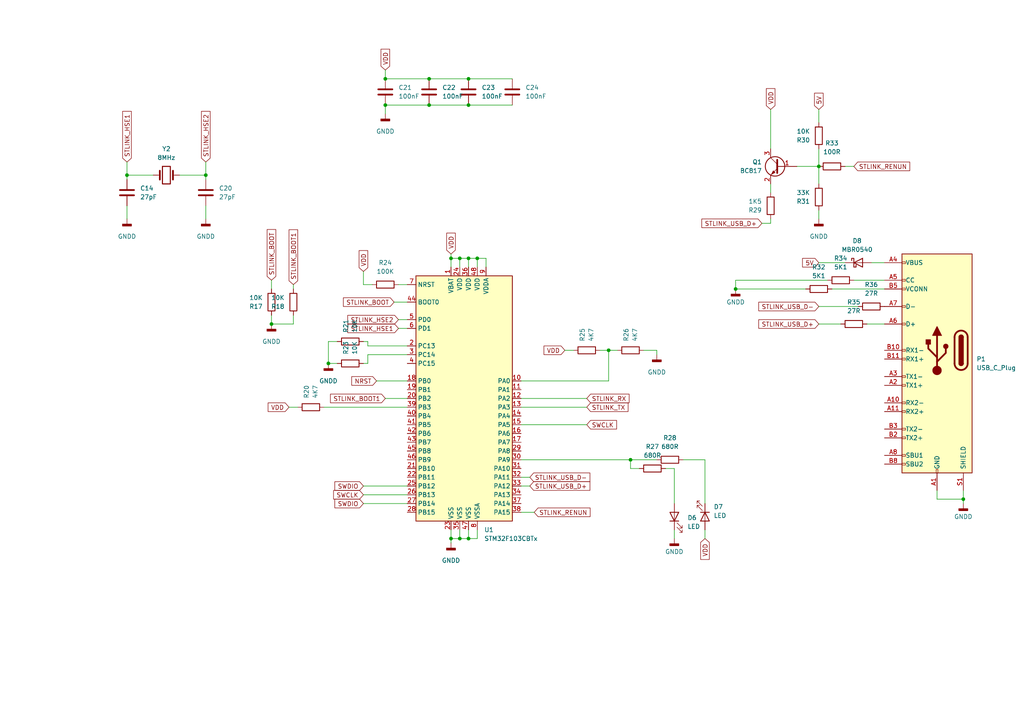
<source format=kicad_sch>
(kicad_sch (version 20211123) (generator eeschema)
  (paper "A4")
  (lib_symbols
    (symbol "Connector:USB_C_Plug" (pin_names (offset 1.016))
      (property "Reference" "P" (at -10.16 29.21 0))
      (property "Value" "USB_C_Plug" (at 10.16 29.21 0))
      (symbol "USB_C_Plug_0_0"
        (rectangle (start -0.254 -35.56) (end 0.254 -34.544))
        (rectangle (start 10.16 -32.766) (end 9.144 -33.274))
        (rectangle (start 10.16 -30.226) (end 9.144 -30.734))
        (rectangle (start 10.16 -25.146) (end 9.144 -25.654))
        (rectangle (start 10.16 -22.606) (end 9.144 -23.114))
        (rectangle (start 10.16 -17.526) (end 9.144 -18.034))
        (rectangle (start 10.16 -14.986) (end 9.144 -15.494))
        (rectangle (start 10.16 -9.906) (end 9.144 -10.414))
        (rectangle (start 10.16 -7.366) (end 9.144 -7.874))
        (rectangle (start 10.16 -2.286) (end 9.144 -2.794))
        (rectangle (start 10.16 0.254) (end 9.144 -0.254))
        (rectangle (start 10.16 7.874) (end 9.144 7.366))
        (rectangle (start 10.16 12.954) (end 9.144 12.446))
        (rectangle (start 10.16 18.034) (end 9.144 17.526))
        (rectangle (start 10.16 20.574) (end 9.144 20.066))
        (rectangle (start 10.16 25.654) (end 9.144 25.146))
      )
      (symbol "USB_C_Plug_0_1"
        (rectangle (start -10.16 27.94) (end 10.16 -35.56) (stroke (width 0.254)) (fill (type background)))
        (arc (start -8.89 -3.81) (mid -6.985 -5.715) (end -5.08 -3.81) (stroke (width 0.508)))
        (arc (start -7.62 -3.81) (mid -6.985 -4.445) (end -6.35 -3.81) (stroke (width 0.254)))
        (arc (start -7.62 -3.81) (mid -6.985 -4.445) (end -6.35 -3.81) (stroke (width 0.254)) (fill (type outline)))
        (rectangle (start -7.62 -3.81) (end -6.35 3.81) (stroke (width 0.254)) (fill (type outline)))
        (arc (start -6.35 3.81) (mid -6.985 4.445) (end -7.62 3.81) (stroke (width 0.254)))
        (arc (start -6.35 3.81) (mid -6.985 4.445) (end -7.62 3.81) (stroke (width 0.254)) (fill (type outline)))
        (arc (start -5.08 3.81) (mid -6.985 5.715) (end -8.89 3.81) (stroke (width 0.508)))
        (polyline (pts (xy -8.89 -3.81) (xy -8.89 3.81)) (stroke (width 0.508)))
        (polyline (pts (xy -5.08 3.81) (xy -5.08 -3.81)) (stroke (width 0.508)))
      )
      (symbol "USB_C_Plug_1_1"
        (circle (center -2.54 1.143) (radius 0.635) (stroke (width 0.254)) (fill (type outline)))
        (circle (center 0 -5.842) (radius 1.27) (fill (type outline)))
        (polyline (pts (xy 0 -5.842) (xy 0 4.318)) (stroke (width 0.508)))
        (polyline (pts (xy 0 -3.302) (xy -2.54 -0.762) (xy -2.54 0.508)) (stroke (width 0.508)))
        (polyline (pts (xy 0 -2.032) (xy 2.54 0.508) (xy 2.54 1.778)) (stroke (width 0.508)))
        (polyline (pts (xy -1.27 4.318) (xy 0 6.858) (xy 1.27 4.318) (xy -1.27 4.318)) (stroke (width 0.254)) (fill (type outline)))
        (rectangle (start 1.905 1.778) (end 3.175 3.048) (stroke (width 0.254)) (fill (type outline)))
        (pin passive line (at 0 -40.64 90) (length 5.08) (name "GND") (number "A1"))
        (pin bidirectional line (at 15.24 -15.24 180) (length 5.08) (name "RX2-") (number "A10"))
        (pin bidirectional line (at 15.24 -17.78 180) (length 5.08) (name "RX2+") (number "A11"))
        (pin passive line (at 0 -40.64 90) (length 5.08) hide (name "GND") (number "A12"))
        (pin bidirectional line (at 15.24 -10.16 180) (length 5.08) (name "TX1+") (number "A2"))
        (pin bidirectional line (at 15.24 -7.62 180) (length 5.08) (name "TX1-") (number "A3"))
        (pin passive line (at 15.24 25.4 180) (length 5.08) (name "VBUS") (number "A4"))
        (pin bidirectional line (at 15.24 20.32 180) (length 5.08) (name "CC") (number "A5"))
        (pin bidirectional line (at 15.24 7.62 180) (length 5.08) (name "D+") (number "A6"))
        (pin bidirectional line (at 15.24 12.7 180) (length 5.08) (name "D-") (number "A7"))
        (pin bidirectional line (at 15.24 -30.48 180) (length 5.08) (name "SBU1") (number "A8"))
        (pin passive line (at 15.24 25.4 180) (length 5.08) hide (name "VBUS") (number "A9"))
        (pin passive line (at 0 -40.64 90) (length 5.08) hide (name "GND") (number "B1"))
        (pin bidirectional line (at 15.24 0 180) (length 5.08) (name "RX1-") (number "B10"))
        (pin bidirectional line (at 15.24 -2.54 180) (length 5.08) (name "RX1+") (number "B11"))
        (pin passive line (at 0 -40.64 90) (length 5.08) hide (name "GND") (number "B12"))
        (pin bidirectional line (at 15.24 -25.4 180) (length 5.08) (name "TX2+") (number "B2"))
        (pin bidirectional line (at 15.24 -22.86 180) (length 5.08) (name "TX2-") (number "B3"))
        (pin passive line (at 15.24 25.4 180) (length 5.08) hide (name "VBUS") (number "B4"))
        (pin bidirectional line (at 15.24 17.78 180) (length 5.08) (name "VCONN") (number "B5"))
        (pin bidirectional line (at 15.24 -33.02 180) (length 5.08) (name "SBU2") (number "B8"))
        (pin passive line (at 15.24 25.4 180) (length 5.08) hide (name "VBUS") (number "B9"))
        (pin passive line (at -7.62 -40.64 90) (length 5.08) (name "SHIELD") (number "S1"))
      )
    )
    (symbol "Device:C" (pin_numbers hide) (pin_names (offset 0.254))
      (property "Reference" "C" (at 0.635 2.54 0))
      (property "Value" "C" (at 0.635 -2.54 0))
      (symbol "C_0_1"
        (polyline (pts (xy -2.032 -0.762) (xy 2.032 -0.762)) (stroke (width 0.508)))
        (polyline (pts (xy -2.032 0.762) (xy 2.032 0.762)) (stroke (width 0.508)))
      )
      (symbol "C_1_1"
        (pin passive line (at 0 3.81 270) (length 2.794) (name "~") (number "1"))
        (pin passive line (at 0 -3.81 90) (length 2.794) (name "~") (number "2"))
      )
    )
    (symbol "Device:Crystal" (pin_numbers hide) (pin_names (offset 1.016) hide)
      (property "Reference" "Y" (at 0 3.81 0))
      (property "Value" "Crystal" (at 0 -3.81 0))
      (symbol "Crystal_0_1"
        (rectangle (start -1.143 2.54) (end 1.143 -2.54) (stroke (width 0.3048)))
        (polyline (pts (xy -2.54 0) (xy -1.905 0)))
        (polyline (pts (xy -1.905 -1.27) (xy -1.905 1.27)) (stroke (width 0.508)))
        (polyline (pts (xy 1.905 -1.27) (xy 1.905 1.27)) (stroke (width 0.508)))
        (polyline (pts (xy 2.54 0) (xy 1.905 0)))
      )
      (symbol "Crystal_1_1"
        (pin passive line (at -3.81 0 0) (length 1.27) (name "1") (number "1"))
        (pin passive line (at 3.81 0 180) (length 1.27) (name "2") (number "2"))
      )
    )
    (symbol "Device:LED" (pin_numbers hide) (pin_names (offset 1.016) hide)
      (property "Reference" "D" (at 0 2.54 0))
      (property "Value" "LED" (at 0 -2.54 0))
      (symbol "LED_0_1"
        (polyline (pts (xy -1.27 -1.27) (xy -1.27 1.27)) (stroke (width 0.254)))
        (polyline (pts (xy -1.27 0) (xy 1.27 0)))
        (polyline (pts (xy 1.27 -1.27) (xy 1.27 1.27) (xy -1.27 0) (xy 1.27 -1.27)) (stroke (width 0.254)))
        (polyline (pts (xy -3.048 -0.762) (xy -4.572 -2.286) (xy -3.81 -2.286) (xy -4.572 -2.286) (xy -4.572 -1.524)))
        (polyline (pts (xy -1.778 -0.762) (xy -3.302 -2.286) (xy -2.54 -2.286) (xy -3.302 -2.286) (xy -3.302 -1.524)))
      )
      (symbol "LED_1_1"
        (pin passive line (at -3.81 0 0) (length 2.54) (name "K") (number "1"))
        (pin passive line (at 3.81 0 180) (length 2.54) (name "A") (number "2"))
      )
    )
    (symbol "Device:R" (pin_numbers hide) (pin_names (offset 0))
      (property "Reference" "R" (at 2.032 0 90))
      (property "Value" "R" (at 0 0 90))
      (symbol "R_0_1"
        (rectangle (start -1.016 -2.54) (end 1.016 2.54) (stroke (width 0.254)))
      )
      (symbol "R_1_1"
        (pin passive line (at 0 3.81 270) (length 1.27) (name "~") (number "1"))
        (pin passive line (at 0 -3.81 90) (length 1.27) (name "~") (number "2"))
      )
    )
    (symbol "Diode:MBR0540" (pin_numbers hide) (pin_names (offset 1.016) hide)
      (property "Reference" "D" (at 0 2.54 0))
      (property "Value" "MBR0540" (at 0 -2.54 0))
      (symbol "MBR0540_0_1"
        (polyline (pts (xy 1.27 0) (xy -1.27 0)))
        (polyline (pts (xy 1.27 1.27) (xy 1.27 -1.27) (xy -1.27 0) (xy 1.27 1.27)) (stroke (width 0.254)))
        (polyline (pts (xy -1.905 0.635) (xy -1.905 1.27) (xy -1.27 1.27) (xy -1.27 -1.27) (xy -0.635 -1.27) (xy -0.635 -0.635)) (stroke (width 0.254)))
      )
      (symbol "MBR0540_1_1"
        (pin passive line (at -3.81 0 0) (length 2.54) (name "K") (number "1"))
        (pin passive line (at 3.81 0 180) (length 2.54) (name "A") (number "2"))
      )
    )
    (symbol "MCU_ST_STM32F1:STM32F103CBTx"
      (property "Reference" "U" (at -15.24 36.83 0))
      (property "Value" "STM32F103CBTx" (at 7.62 36.83 0))
      (symbol "STM32F103CBTx_0_1"
        (rectangle (start -15.24 -35.56) (end 12.7 35.56) (stroke (width 0.254)) (fill (type background)))
      )
      (symbol "STM32F103CBTx_1_1"
        (pin power_in line (at -5.08 38.1 270) (length 2.54) (name "VBAT") (number "1"))
        (pin bidirectional line (at 15.24 5.08 180) (length 2.54) (name "PA0") (number "10"))
        (pin bidirectional line (at 15.24 2.54 180) (length 2.54) (name "PA1") (number "11"))
        (pin bidirectional line (at 15.24 0 180) (length 2.54) (name "PA2") (number "12"))
        (pin bidirectional line (at 15.24 -2.54 180) (length 2.54) (name "PA3") (number "13"))
        (pin bidirectional line (at 15.24 -5.08 180) (length 2.54) (name "PA4") (number "14"))
        (pin bidirectional line (at 15.24 -7.62 180) (length 2.54) (name "PA5") (number "15"))
        (pin bidirectional line (at 15.24 -10.16 180) (length 2.54) (name "PA6") (number "16"))
        (pin bidirectional line (at 15.24 -12.7 180) (length 2.54) (name "PA7") (number "17"))
        (pin bidirectional line (at -17.78 5.08 0) (length 2.54) (name "PB0") (number "18"))
        (pin bidirectional line (at -17.78 2.54 0) (length 2.54) (name "PB1") (number "19"))
        (pin bidirectional line (at -17.78 15.24 0) (length 2.54) (name "PC13") (number "2"))
        (pin bidirectional line (at -17.78 0 0) (length 2.54) (name "PB2") (number "20"))
        (pin bidirectional line (at -17.78 -20.32 0) (length 2.54) (name "PB10") (number "21"))
        (pin bidirectional line (at -17.78 -22.86 0) (length 2.54) (name "PB11") (number "22"))
        (pin power_in line (at -5.08 -38.1 90) (length 2.54) (name "VSS") (number "23"))
        (pin power_in line (at -2.54 38.1 270) (length 2.54) (name "VDD") (number "24"))
        (pin bidirectional line (at -17.78 -25.4 0) (length 2.54) (name "PB12") (number "25"))
        (pin bidirectional line (at -17.78 -27.94 0) (length 2.54) (name "PB13") (number "26"))
        (pin bidirectional line (at -17.78 -30.48 0) (length 2.54) (name "PB14") (number "27"))
        (pin bidirectional line (at -17.78 -33.02 0) (length 2.54) (name "PB15") (number "28"))
        (pin bidirectional line (at 15.24 -15.24 180) (length 2.54) (name "PA8") (number "29"))
        (pin bidirectional line (at -17.78 12.7 0) (length 2.54) (name "PC14") (number "3"))
        (pin bidirectional line (at 15.24 -17.78 180) (length 2.54) (name "PA9") (number "30"))
        (pin bidirectional line (at 15.24 -20.32 180) (length 2.54) (name "PA10") (number "31"))
        (pin bidirectional line (at 15.24 -22.86 180) (length 2.54) (name "PA11") (number "32"))
        (pin bidirectional line (at 15.24 -25.4 180) (length 2.54) (name "PA12") (number "33"))
        (pin bidirectional line (at 15.24 -27.94 180) (length 2.54) (name "PA13") (number "34"))
        (pin power_in line (at -2.54 -38.1 90) (length 2.54) (name "VSS") (number "35"))
        (pin power_in line (at 0 38.1 270) (length 2.54) (name "VDD") (number "36"))
        (pin bidirectional line (at 15.24 -30.48 180) (length 2.54) (name "PA14") (number "37"))
        (pin bidirectional line (at 15.24 -33.02 180) (length 2.54) (name "PA15") (number "38"))
        (pin bidirectional line (at -17.78 -2.54 0) (length 2.54) (name "PB3") (number "39"))
        (pin bidirectional line (at -17.78 10.16 0) (length 2.54) (name "PC15") (number "4"))
        (pin bidirectional line (at -17.78 -5.08 0) (length 2.54) (name "PB4") (number "40"))
        (pin bidirectional line (at -17.78 -7.62 0) (length 2.54) (name "PB5") (number "41"))
        (pin bidirectional line (at -17.78 -10.16 0) (length 2.54) (name "PB6") (number "42"))
        (pin bidirectional line (at -17.78 -12.7 0) (length 2.54) (name "PB7") (number "43"))
        (pin input line (at -17.78 27.94 0) (length 2.54) (name "BOOT0") (number "44"))
        (pin bidirectional line (at -17.78 -15.24 0) (length 2.54) (name "PB8") (number "45"))
        (pin bidirectional line (at -17.78 -17.78 0) (length 2.54) (name "PB9") (number "46"))
        (pin power_in line (at 0 -38.1 90) (length 2.54) (name "VSS") (number "47"))
        (pin power_in line (at 2.54 38.1 270) (length 2.54) (name "VDD") (number "48"))
        (pin input line (at -17.78 22.86 0) (length 2.54) (name "PD0") (number "5"))
        (pin input line (at -17.78 20.32 0) (length 2.54) (name "PD1") (number "6"))
        (pin input line (at -17.78 33.02 0) (length 2.54) (name "NRST") (number "7"))
        (pin power_in line (at 2.54 -38.1 90) (length 2.54) (name "VSSA") (number "8"))
        (pin power_in line (at 5.08 38.1 270) (length 2.54) (name "VDDA") (number "9"))
      )
    )
    (symbol "Transistor_BJT:BC817" (pin_names (offset 0) hide)
      (property "Reference" "Q" (at 5.08 1.905 0))
      (property "Value" "BC817" (at 5.08 0 0))
      (symbol "BC817_0_1"
        (polyline (pts (xy 0.635 0.635) (xy 2.54 2.54)))
        (polyline (pts (xy 0.635 -0.635) (xy 2.54 -2.54) (xy 2.54 -2.54)))
        (polyline (pts (xy 0.635 1.905) (xy 0.635 -1.905) (xy 0.635 -1.905)) (stroke (width 0.508)))
        (polyline (pts (xy 1.27 -1.778) (xy 1.778 -1.27) (xy 2.286 -2.286) (xy 1.27 -1.778) (xy 1.27 -1.778)) (fill (type outline)))
        (circle (center 1.27 0) (radius 2.8194) (stroke (width 0.254)))
      )
      (symbol "BC817_1_1"
        (pin input line (at -5.08 0 0) (length 5.715) (name "B") (number "1"))
        (pin passive line (at 2.54 -5.08 90) (length 2.54) (name "E") (number "2"))
        (pin passive line (at 2.54 5.08 270) (length 2.54) (name "C") (number "3"))
      )
    )
    (symbol "power:GNDD" (power) (pin_names (offset 0))
      (property "Value" "GNDD" (at 0 -3.175 0))
      (symbol "GNDD_0_1"
        (rectangle (start -1.27 -1.524) (end 1.27 -2.032) (stroke (width 0.254)) (fill (type outline)))
        (polyline (pts (xy 0 0) (xy 0 -1.524)))
      )
      (symbol "GNDD_1_1"
        (pin power_in line (at 0 0 270) (length 0) hide (name "GNDD") (number "1"))
      )
    )
  )
  (junction (at 130.81 156.21))
  (junction (at 130.81 74.93))
  (junction (at 36.83 50.8))
  (junction (at 78.74 93.98))
  (junction (at 111.76 22.86))
  (junction (at 124.46 30.48))
  (junction (at 135.89 74.93))
  (junction (at 182.88 133.35))
  (junction (at 279.4 144.78))
  (junction (at 59.69 50.8))
  (junction (at 133.35 156.21))
  (junction (at 213.36 83.82))
  (junction (at 95.25 105.41))
  (junction (at 124.46 22.86))
  (junction (at 237.49 48.26))
  (junction (at 133.35 74.93))
  (junction (at 138.43 74.93))
  (junction (at 176.53 101.6))
  (junction (at 111.76 30.48))
  (junction (at 135.89 22.86))
  (junction (at 135.89 30.48))
  (junction (at 135.89 156.21))
  (wire (pts (xy 106.68 102.87) (xy 106.68 105.41)))
  (wire (pts (xy 85.09 93.98) (xy 85.09 91.44)))
  (wire (pts (xy 138.43 74.93) (xy 135.89 74.93)))
  (wire (pts (xy 213.36 83.82) (xy 233.68 83.82)))
  (wire (pts (xy 105.41 143.51) (xy 118.11 143.51)))
  (wire (pts (xy 240.03 81.28) (xy 213.36 81.28)))
  (wire (pts (xy 237.49 48.26) (xy 237.49 53.34)))
  (wire (pts (xy 85.09 82.55) (xy 85.09 83.82)))
  (wire (pts (xy 154.94 148.59) (xy 151.13 148.59)))
  (wire (pts (xy 111.76 115.57) (xy 118.11 115.57)))
  (wire (pts (xy 213.36 81.28) (xy 213.36 83.82)))
  (wire (pts (xy 135.89 30.48) (xy 148.59 30.48)))
  (wire (pts (xy 107.95 82.55) (xy 105.41 82.55)))
  (wire (pts (xy 36.83 46.99) (xy 36.83 50.8)))
  (wire (pts (xy 237.49 76.2) (xy 245.11 76.2)))
  (wire (pts (xy 115.57 82.55) (xy 118.11 82.55)))
  (wire (pts (xy 151.13 138.43) (xy 153.67 138.43)))
  (wire (pts (xy 130.81 153.67) (xy 130.81 156.21)))
  (wire (pts (xy 170.18 123.19) (xy 151.13 123.19)))
  (wire (pts (xy 135.89 74.93) (xy 133.35 74.93)))
  (wire (pts (xy 237.49 43.18) (xy 237.49 48.26)))
  (wire (pts (xy 138.43 74.93) (xy 138.43 77.47)))
  (wire (pts (xy 245.11 48.26) (xy 247.65 48.26)))
  (wire (pts (xy 111.76 30.48) (xy 124.46 30.48)))
  (wire (pts (xy 135.89 156.21) (xy 133.35 156.21)))
  (wire (pts (xy 237.49 93.98) (xy 243.84 93.98)))
  (wire (pts (xy 195.58 153.67) (xy 195.58 156.21)))
  (wire (pts (xy 186.69 101.6) (xy 190.5 101.6)))
  (wire (pts (xy 135.89 74.93) (xy 135.89 77.47)))
  (wire (pts (xy 133.35 156.21) (xy 130.81 156.21)))
  (wire (pts (xy 118.11 100.33) (xy 106.68 100.33)))
  (wire (pts (xy 271.78 142.24) (xy 271.78 144.78)))
  (wire (pts (xy 36.83 52.07) (xy 36.83 50.8)))
  (wire (pts (xy 130.81 73.66) (xy 130.81 74.93)))
  (wire (pts (xy 97.79 99.06) (xy 95.25 99.06)))
  (wire (pts (xy 247.65 81.28) (xy 256.54 81.28)))
  (wire (pts (xy 83.82 118.11) (xy 86.36 118.11)))
  (wire (pts (xy 95.25 99.06) (xy 95.25 105.41)))
  (wire (pts (xy 138.43 153.67) (xy 138.43 156.21)))
  (wire (pts (xy 124.46 30.48) (xy 135.89 30.48)))
  (wire (pts (xy 140.97 74.93) (xy 138.43 74.93)))
  (wire (pts (xy 220.98 64.77) (xy 223.52 64.77)))
  (wire (pts (xy 204.47 153.67) (xy 204.47 156.21)))
  (wire (pts (xy 130.81 74.93) (xy 130.81 77.47)))
  (wire (pts (xy 138.43 156.21) (xy 135.89 156.21)))
  (wire (pts (xy 36.83 59.69) (xy 36.83 63.5)))
  (wire (pts (xy 59.69 50.8) (xy 59.69 52.07)))
  (wire (pts (xy 237.49 63.5) (xy 237.49 60.96)))
  (wire (pts (xy 140.97 77.47) (xy 140.97 74.93)))
  (wire (pts (xy 124.46 22.86) (xy 135.89 22.86)))
  (wire (pts (xy 93.98 118.11) (xy 118.11 118.11)))
  (wire (pts (xy 195.58 135.89) (xy 195.58 146.05)))
  (wire (pts (xy 115.57 95.25) (xy 118.11 95.25)))
  (wire (pts (xy 133.35 74.93) (xy 133.35 77.47)))
  (wire (pts (xy 279.4 144.78) (xy 279.4 146.05)))
  (wire (pts (xy 223.52 53.34) (xy 223.52 55.88)))
  (wire (pts (xy 115.57 92.71) (xy 118.11 92.71)))
  (wire (pts (xy 78.74 91.44) (xy 78.74 93.98)))
  (wire (pts (xy 223.52 31.75) (xy 223.52 43.18)))
  (wire (pts (xy 237.49 31.75) (xy 237.49 35.56)))
  (wire (pts (xy 52.07 50.8) (xy 59.69 50.8)))
  (wire (pts (xy 251.46 93.98) (xy 256.54 93.98)))
  (wire (pts (xy 59.69 59.69) (xy 59.69 63.5)))
  (wire (pts (xy 109.22 110.49) (xy 118.11 110.49)))
  (wire (pts (xy 151.13 133.35) (xy 182.88 133.35)))
  (wire (pts (xy 36.83 50.8) (xy 44.45 50.8)))
  (wire (pts (xy 182.88 133.35) (xy 190.5 133.35)))
  (wire (pts (xy 237.49 88.9) (xy 248.92 88.9)))
  (wire (pts (xy 151.13 140.97) (xy 153.67 140.97)))
  (wire (pts (xy 135.89 153.67) (xy 135.89 156.21)))
  (wire (pts (xy 151.13 110.49) (xy 176.53 110.49)))
  (wire (pts (xy 59.69 46.99) (xy 59.69 50.8)))
  (wire (pts (xy 231.14 48.26) (xy 237.49 48.26)))
  (wire (pts (xy 151.13 118.11) (xy 170.18 118.11)))
  (wire (pts (xy 111.76 22.86) (xy 124.46 22.86)))
  (wire (pts (xy 135.89 22.86) (xy 148.59 22.86)))
  (wire (pts (xy 105.41 140.97) (xy 118.11 140.97)))
  (wire (pts (xy 173.99 101.6) (xy 176.53 101.6)))
  (wire (pts (xy 163.83 101.6) (xy 166.37 101.6)))
  (wire (pts (xy 111.76 20.32) (xy 111.76 22.86)))
  (wire (pts (xy 271.78 144.78) (xy 279.4 144.78)))
  (wire (pts (xy 78.74 81.28) (xy 78.74 83.82)))
  (wire (pts (xy 78.74 93.98) (xy 85.09 93.98)))
  (wire (pts (xy 185.42 135.89) (xy 182.88 135.89)))
  (wire (pts (xy 106.68 99.06) (xy 105.41 99.06)))
  (wire (pts (xy 133.35 153.67) (xy 133.35 156.21)))
  (wire (pts (xy 279.4 142.24) (xy 279.4 144.78)))
  (wire (pts (xy 204.47 133.35) (xy 204.47 146.05)))
  (wire (pts (xy 223.52 64.77) (xy 223.52 63.5)))
  (wire (pts (xy 182.88 135.89) (xy 182.88 133.35)))
  (wire (pts (xy 130.81 156.21) (xy 130.81 157.48)))
  (wire (pts (xy 118.11 102.87) (xy 106.68 102.87)))
  (wire (pts (xy 111.76 30.48) (xy 111.76 33.02)))
  (wire (pts (xy 106.68 100.33) (xy 106.68 99.06)))
  (wire (pts (xy 95.25 105.41) (xy 97.79 105.41)))
  (wire (pts (xy 151.13 115.57) (xy 170.18 115.57)))
  (wire (pts (xy 105.41 146.05) (xy 118.11 146.05)))
  (wire (pts (xy 106.68 105.41) (xy 105.41 105.41)))
  (wire (pts (xy 114.3 87.63) (xy 118.11 87.63)))
  (wire (pts (xy 133.35 74.93) (xy 130.81 74.93)))
  (wire (pts (xy 252.73 76.2) (xy 256.54 76.2)))
  (wire (pts (xy 105.41 82.55) (xy 105.41 78.74)))
  (wire (pts (xy 193.04 135.89) (xy 195.58 135.89)))
  (wire (pts (xy 190.5 101.6) (xy 190.5 102.87)))
  (wire (pts (xy 241.3 83.82) (xy 256.54 83.82)))
  (wire (pts (xy 198.12 133.35) (xy 204.47 133.35)))
  (wire (pts (xy 176.53 101.6) (xy 179.07 101.6)))
  (wire (pts (xy 176.53 110.49) (xy 176.53 101.6)))
  (global_label "STLINK_USB_D+" (shape input) (at 220.98 64.77 180) (property "Intersheet References" "${INTERSHEET_REFS}" (effects hide)))
  (global_label "STLINK_HSE2" (shape input) (at 115.57 92.71 180) (property "Intersheet References" "${INTERSHEET_REFS}" (effects hide)))
  (global_label "5V" (shape input) (at 237.49 76.2 180) (property "Intersheet References" "${INTERSHEET_REFS}" (effects hide)))
  (global_label "VDD" (shape input) (at 204.47 156.21 270) (property "Intersheet References" "${INTERSHEET_REFS}" (effects hide)))
  (global_label "SWDIO" (shape input) (at 105.41 146.05 180) (property "Intersheet References" "${INTERSHEET_REFS}" (effects hide)))
  (global_label "VDD" (shape input) (at 130.81 73.66 90) (property "Intersheet References" "${INTERSHEET_REFS}" (effects hide)))
  (global_label "STLINK_HSE1" (shape input) (at 115.57 95.25 180) (property "Intersheet References" "${INTERSHEET_REFS}" (effects hide)))
  (global_label "VDD" (shape input) (at 223.52 31.75 90) (property "Intersheet References" "${INTERSHEET_REFS}" (effects hide)))
  (global_label "STLINK_TX" (shape input) (at 170.18 118.11 0) (property "Intersheet References" "${INTERSHEET_REFS}" (effects hide)))
  (global_label "SWCLK" (shape input) (at 170.18 123.19 0) (property "Intersheet References" "${INTERSHEET_REFS}" (effects hide)))
  (global_label "STLINK_BOOT1" (shape input) (at 111.76 115.57 180) (property "Intersheet References" "${INTERSHEET_REFS}" (effects hide)))
  (global_label "STLINK_RENUN" (shape input) (at 247.65 48.26 0) (property "Intersheet References" "${INTERSHEET_REFS}" (effects hide)))
  (global_label "VDD" (shape input) (at 163.83 101.6 180) (property "Intersheet References" "${INTERSHEET_REFS}" (effects hide)))
  (global_label "STLINK_RENUN" (shape input) (at 154.94 148.59 0) (property "Intersheet References" "${INTERSHEET_REFS}" (effects hide)))
  (global_label "VDD" (shape input) (at 111.76 20.32 90) (property "Intersheet References" "${INTERSHEET_REFS}" (effects hide)))
  (global_label "STLINK_BOOT1" (shape input) (at 85.09 82.55 90) (property "Intersheet References" "${INTERSHEET_REFS}" (effects hide)))
  (global_label "STLINK_USB_D+" (shape input) (at 153.67 140.97 0) (property "Intersheet References" "${INTERSHEET_REFS}" (effects hide)))
  (global_label "STLINK_USB_D-" (shape input) (at 153.67 138.43 0) (property "Intersheet References" "${INTERSHEET_REFS}" (effects hide)))
  (global_label "STLINK_BOOT" (shape input) (at 78.74 81.28 90) (property "Intersheet References" "${INTERSHEET_REFS}" (effects hide)))
  (global_label "SWCLK" (shape input) (at 105.41 143.51 180) (property "Intersheet References" "${INTERSHEET_REFS}" (effects hide)))
  (global_label "STLINK_USB_D-" (shape input) (at 237.49 88.9 180) (property "Intersheet References" "${INTERSHEET_REFS}" (effects hide)))
  (global_label "STLINK_RX" (shape input) (at 170.18 115.57 0) (property "Intersheet References" "${INTERSHEET_REFS}" (effects hide)))
  (global_label "STLINK_USB_D+" (shape input) (at 237.49 93.98 180) (property "Intersheet References" "${INTERSHEET_REFS}" (effects hide)))
  (global_label "NRST" (shape input) (at 109.22 110.49 180) (property "Intersheet References" "${INTERSHEET_REFS}" (effects hide)))
  (global_label "STLINK_HSE1" (shape input) (at 36.83 46.99 90) (property "Intersheet References" "${INTERSHEET_REFS}" (effects hide)))
  (global_label "VDD" (shape input) (at 83.82 118.11 180) (property "Intersheet References" "${INTERSHEET_REFS}" (effects hide)))
  (global_label "VDD" (shape input) (at 105.41 78.74 90) (property "Intersheet References" "${INTERSHEET_REFS}" (effects hide)))
  (global_label "STLINK_BOOT" (shape input) (at 114.3 87.63 180) (property "Intersheet References" "${INTERSHEET_REFS}" (effects hide)))
  (global_label "SWDIO" (shape input) (at 105.41 140.97 180) (property "Intersheet References" "${INTERSHEET_REFS}" (effects hide)))
  (global_label "STLINK_HSE2" (shape input) (at 59.69 46.99 90) (property "Intersheet References" "${INTERSHEET_REFS}" (effects hide)))
  (global_label "5V" (shape input) (at 237.49 31.75 90) (property "Intersheet References" "${INTERSHEET_REFS}" (effects hide)))
  (symbol (lib_id "Transistor_BJT:BC817") (at 226.06 48.26 0) (mirror y) (unit 1)
    (property "Reference" "Q1" (at 220.98 46.9899 0) (effects (justify left)))
    (property "Value" "BC817" (at 220.98 49.5299 0) (effects (justify left)))
    (property "Footprint" "Package_TO_SOT_SMD:SOT-23" (effects hide))
    (property "Datasheet" "https://www.onsemi.com/pub/Collateral/BC818-D.pdf" (effects hide))
  )
  (symbol (lib_id "Device:R") (at 243.84 81.28 90) (unit 1)
    (property "Reference" "R34" (at 243.84 74.93 90))
    (property "Value" "5K1" (at 243.84 77.47 90))
    (property "Footprint" "Resistor_SMD:R_0603_1608Metric" (effects hide))
    (property "LCSC Part" "C25190" (effects hide))
  )
  (symbol (lib_id "MCU_ST_STM32F1:STM32F103CBTx") (at 135.89 115.57 0) (unit 1)
    (property "Reference" "U1" (at 140.4494 153.67 0) (effects (justify left)))
    (property "Value" "STM32F103CBTx" (at 140.4494 156.21 0) (effects (justify left)))
    (property "Footprint" "Package_QFP:LQFP-48_7x7mm_P0.5mm" (effects hide))
    (property "Datasheet" "http://www.st.com/st-web-ui/static/active/en/resource/technical/document/datasheet/CD00161566.pdf" (effects hide))
  )
  (symbol (lib_id "power:GNDD") (at 237.49 63.5 0) (unit 1)
    (property "Reference" "#PWR0138" (effects hide))
    (property "Value" "GNDD" (at 237.49 68.58 0))
  )
  (symbol (lib_id "Device:C") (at 135.89 26.67 0) (unit 1)
    (property "Reference" "C23" (at 139.7 25.3999 0) (effects (justify left)))
    (property "Value" "100nF" (at 139.7 27.9399 0) (effects (justify left)))
    (property "Footprint" "Capacitor_SMD:C_0603_1608Metric" (effects hide))
    (property "LCSC Part" "C14663" (effects hide))
  )
  (symbol (lib_id "Device:LED") (at 204.47 149.86 270) (unit 1)
    (property "Reference" "D7" (at 207.01 147.0024 90) (effects (justify left)))
    (property "Value" "LED" (at 207.01 149.5424 90) (effects (justify left)))
    (property "Footprint" "LED_SMD:LED_0603_1608Metric" (effects hide))
  )
  (symbol (lib_id "power:GNDD") (at 190.5 102.87 0) (unit 1)
    (property "Reference" "#PWR0133" (effects hide))
    (property "Value" "GNDD" (at 190.5 107.95 0))
  )
  (symbol (lib_id "Device:R") (at 85.09 87.63 0) (mirror x) (unit 1)
    (property "Reference" "R18" (at 82.55 88.9001 0) (effects (justify right)))
    (property "Value" "10K" (at 82.55 86.3601 0) (effects (justify right)))
    (property "Footprint" "Resistor_SMD:R_0603_1608Metric" (effects hide))
    (property "LCSC Part" "C25190" (effects hide))
  )
  (symbol (lib_id "Device:R") (at 241.3 48.26 270) (mirror x) (unit 1)
    (property "Reference" "R33" (at 241.3 41.5193 90))
    (property "Value" "100R" (at 241.3 44.0593 90))
    (property "Footprint" "Resistor_SMD:R_0603_1608Metric" (effects hide))
    (property "LCSC Part" "C25190" (effects hide))
  )
  (symbol (lib_id "Device:C") (at 148.59 26.67 0) (unit 1)
    (property "Reference" "C24" (at 152.4 25.3999 0) (effects (justify left)))
    (property "Value" "100nF" (at 152.4 27.9399 0) (effects (justify left)))
    (property "Footprint" "Capacitor_SMD:C_0603_1608Metric" (effects hide))
    (property "LCSC Part" "C14663" (effects hide))
  )
  (symbol (lib_id "Device:C") (at 111.76 26.67 0) (unit 1)
    (property "Reference" "C21" (at 115.57 25.3999 0) (effects (justify left)))
    (property "Value" "100nF" (at 115.57 27.9399 0) (effects (justify left)))
    (property "Footprint" "Capacitor_SMD:C_0603_1608Metric" (effects hide))
    (property "LCSC Part" "C14663" (effects hide))
  )
  (symbol (lib_id "power:GNDD") (at 78.74 93.98 0) (unit 1)
    (property "Reference" "#PWR0137" (effects hide))
    (property "Value" "GNDD" (at 78.74 99.06 0))
  )
  (symbol (lib_id "Device:LED") (at 195.58 149.86 90) (unit 1)
    (property "Reference" "D6" (at 199.39 150.1774 90) (effects (justify right)))
    (property "Value" "LED" (at 199.39 152.7174 90) (effects (justify right)))
    (property "Footprint" "LED_SMD:LED_0603_1608Metric" (effects hide))
  )
  (symbol (lib_id "Device:R") (at 247.65 93.98 90) (unit 1)
    (property "Reference" "R35" (at 247.65 87.63 90))
    (property "Value" "27R" (at 247.65 90.17 90))
    (property "Footprint" "Resistor_SMD:R_0603_1608Metric" (effects hide))
    (property "LCSC Part" "C25190" (effects hide))
  )
  (symbol (lib_id "power:GNDD") (at 130.81 157.48 0) (unit 1)
    (property "Reference" "#PWR0136" (effects hide))
    (property "Value" "GNDD" (at 130.81 162.56 0))
  )
  (symbol (lib_id "Device:R") (at 237.49 83.82 90) (unit 1)
    (property "Reference" "R32" (at 237.49 77.47 90))
    (property "Value" "5K1" (at 237.49 80.01 90))
    (property "Footprint" "Resistor_SMD:R_0603_1608Metric" (effects hide))
    (property "LCSC Part" "C25190" (effects hide))
  )
  (symbol (lib_id "Device:R") (at 194.31 133.35 90) (unit 1)
    (property "Reference" "R28" (at 194.31 127 90))
    (property "Value" "680R" (at 194.31 129.54 90))
    (property "Footprint" "Resistor_SMD:R_0603_1608Metric" (effects hide))
    (property "LCSC Part" "C25190" (effects hide))
  )
  (symbol (lib_id "power:GNDD") (at 195.58 156.21 0) (unit 1)
    (property "Reference" "#PWR0110" (effects hide))
    (property "Value" "GNDD" (at 195.58 160.02 0))
  )
  (symbol (lib_id "Device:R") (at 101.6 105.41 90) (mirror x) (unit 1)
    (property "Reference" "R23" (at 100.3299 102.87 0) (effects (justify right)))
    (property "Value" "10K" (at 102.8699 102.87 0) (effects (justify right)))
    (property "Footprint" "Resistor_SMD:R_0603_1608Metric" (effects hide))
    (property "LCSC Part" "C25190" (effects hide))
  )
  (symbol (lib_id "Device:R") (at 101.6 99.06 90) (mirror x) (unit 1)
    (property "Reference" "R21" (at 100.3299 96.52 0) (effects (justify right)))
    (property "Value" "10K" (at 102.8699 96.52 0) (effects (justify right)))
    (property "Footprint" "Resistor_SMD:R_0603_1608Metric" (effects hide))
    (property "LCSC Part" "C25190" (effects hide))
  )
  (symbol (lib_id "Device:R") (at 78.74 87.63 0) (mirror x) (unit 1)
    (property "Reference" "R17" (at 76.2 88.9001 0) (effects (justify right)))
    (property "Value" "10K" (at 76.2 86.3601 0) (effects (justify right)))
    (property "Footprint" "Resistor_SMD:R_0603_1608Metric" (effects hide))
    (property "LCSC Part" "C25190" (effects hide))
  )
  (symbol (lib_id "Device:C") (at 36.83 55.88 0) (unit 1)
    (property "Reference" "C14" (at 40.64 54.6099 0) (effects (justify left)))
    (property "Value" "27pF" (at 40.64 57.1499 0) (effects (justify left)))
    (property "Footprint" "Capacitor_SMD:C_0603_1608Metric" (effects hide))
    (property "LCSC Part" "C1653" (effects hide))
  )
  (symbol (lib_id "power:GNDD") (at 59.69 63.5 0) (unit 1)
    (property "Reference" "#PWR0118" (effects hide))
    (property "Value" "GNDD" (at 59.69 68.58 0))
  )
  (symbol (lib_id "Connector:USB_C_Plug") (at 271.78 101.6 0) (mirror y) (unit 1)
    (property "Reference" "P1" (at 283.21 104.1399 0) (effects (justify right)))
    (property "Value" "USB_C_Plug" (at 283.21 106.6799 0) (effects (justify right)))
    (property "Footprint" "Connector_USB:USB_C_Receptacle_HRO_TYPE-C-31-M-12" (effects hide))
    (property "Datasheet" "https://www.usb.org/sites/default/files/documents/usb_type-c.zip" (effects hide))
  )
  (symbol (lib_id "Device:Crystal") (at 48.26 50.8 0) (unit 1)
    (property "Reference" "Y2" (at 48.26 43.18 0))
    (property "Value" "8MHz" (at 48.26 45.72 0))
    (property "Footprint" "Crystal:Crystal_SMD_3225-4Pin_3.2x2.5mm" (effects hide))
    (property "LCSC Part" "C518154" (effects hide))
  )
  (symbol (lib_id "power:GNDD") (at 279.4 146.05 0) (unit 1)
    (property "Reference" "#PWR0109" (effects hide))
    (property "Value" "GNDD" (at 279.4 149.86 0))
  )
  (symbol (lib_id "Device:R") (at 252.73 88.9 90) (unit 1)
    (property "Reference" "R36" (at 252.73 82.55 90))
    (property "Value" "27R" (at 252.73 85.09 90))
    (property "Footprint" "Resistor_SMD:R_0603_1608Metric" (effects hide))
    (property "LCSC Part" "C25190" (effects hide))
  )
  (symbol (lib_id "Device:R") (at 111.76 82.55 270) (mirror x) (unit 1)
    (property "Reference" "R24" (at 111.76 76.2 90))
    (property "Value" "100K" (at 111.76 78.74 90))
    (property "Footprint" "Resistor_SMD:R_0603_1608Metric" (effects hide))
    (property "LCSC Part" "C25190" (effects hide))
  )
  (symbol (lib_id "power:GNDD") (at 213.36 83.82 0) (unit 1)
    (property "Reference" "#PWR0111" (effects hide))
    (property "Value" "GNDD" (at 213.36 87.63 0))
  )
  (symbol (lib_id "power:GNDD") (at 95.25 105.41 0) (unit 1)
    (property "Reference" "#PWR0135" (effects hide))
    (property "Value" "GNDD" (at 95.25 110.49 0))
  )
  (symbol (lib_id "power:GNDD") (at 36.83 63.5 0) (unit 1)
    (property "Reference" "#PWR0129" (effects hide))
    (property "Value" "GNDD" (at 36.83 68.58 0))
  )
  (symbol (lib_id "Device:R") (at 237.49 39.37 0) (mirror x) (unit 1)
    (property "Reference" "R30" (at 234.95 40.6401 0) (effects (justify right)))
    (property "Value" "10K" (at 234.95 38.1001 0) (effects (justify right)))
    (property "Footprint" "Resistor_SMD:R_0603_1608Metric" (effects hide))
    (property "LCSC Part" "C25190" (effects hide))
  )
  (symbol (lib_id "Device:C") (at 59.69 55.88 0) (unit 1)
    (property "Reference" "C20" (at 63.5 54.6099 0) (effects (justify left)))
    (property "Value" "27pF" (at 63.5 57.1499 0) (effects (justify left)))
    (property "Footprint" "Capacitor_SMD:C_0603_1608Metric" (effects hide))
    (property "LCSC Part" "C1653" (effects hide))
  )
  (symbol (lib_id "power:GNDD") (at 111.76 33.02 0) (unit 1)
    (property "Reference" "#PWR0115" (effects hide))
    (property "Value" "GNDD" (at 111.76 38.1 0))
  )
  (symbol (lib_id "Device:R") (at 237.49 57.15 0) (mirror x) (unit 1)
    (property "Reference" "R31" (at 234.95 58.4201 0) (effects (justify right)))
    (property "Value" "33K" (at 234.95 55.8801 0) (effects (justify right)))
    (property "Footprint" "Resistor_SMD:R_0603_1608Metric" (effects hide))
    (property "LCSC Part" "C25190" (effects hide))
  )
  (symbol (lib_id "Diode:MBR0540") (at 248.92 76.2 0) (unit 1)
    (property "Reference" "D8" (at 248.6025 69.85 0))
    (property "Value" "MBR0540" (at 248.6025 72.39 0))
    (property "Footprint" "Diode_SMD:D_SOD-123" (effects hide))
    (property "Datasheet" "http://www.mccsemi.com/up_pdf/MBR0520~MBR0580(SOD123).pdf" (effects hide))
    (property "LCSC Part" "C699113" (effects hide))
  )
  (symbol (lib_id "Device:R") (at 90.17 118.11 90) (mirror x) (unit 1)
    (property "Reference" "R20" (at 88.8999 115.57 0) (effects (justify right)))
    (property "Value" "4K7" (at 91.4399 115.57 0) (effects (justify right)))
    (property "Footprint" "Resistor_SMD:R_0603_1608Metric" (effects hide))
    (property "LCSC Part" "C25190" (effects hide))
  )
  (symbol (lib_id "Device:R") (at 189.23 135.89 90) (unit 1)
    (property "Reference" "R27" (at 189.23 129.54 90))
    (property "Value" "680R" (at 189.23 132.08 90))
    (property "Footprint" "Resistor_SMD:R_0603_1608Metric" (effects hide))
    (property "LCSC Part" "C25190" (effects hide))
  )
  (symbol (lib_id "Device:R") (at 223.52 59.69 0) (mirror x) (unit 1)
    (property "Reference" "R29" (at 220.98 60.9601 0) (effects (justify right)))
    (property "Value" "1K5" (at 220.98 58.4201 0) (effects (justify right)))
    (property "Footprint" "Resistor_SMD:R_0603_1608Metric" (effects hide))
    (property "LCSC Part" "C25190" (effects hide))
  )
  (symbol (lib_id "Device:R") (at 170.18 101.6 90) (mirror x) (unit 1)
    (property "Reference" "R25" (at 168.9099 99.06 0) (effects (justify right)))
    (property "Value" "4K7" (at 171.4499 99.06 0) (effects (justify right)))
    (property "Footprint" "Resistor_SMD:R_0603_1608Metric" (effects hide))
    (property "LCSC Part" "C25190" (effects hide))
  )
  (symbol (lib_id "Device:C") (at 124.46 26.67 0) (unit 1)
    (property "Reference" "C22" (at 128.27 25.3999 0) (effects (justify left)))
    (property "Value" "100nF" (at 128.27 27.9399 0) (effects (justify left)))
    (property "Footprint" "Capacitor_SMD:C_0603_1608Metric" (effects hide))
    (property "LCSC Part" "C14663" (effects hide))
  )
  (symbol (lib_id "Device:R") (at 182.88 101.6 90) (mirror x) (unit 1)
    (property "Reference" "R26" (at 181.6099 99.06 0) (effects (justify right)))
    (property "Value" "4K7" (at 184.1499 99.06 0) (effects (justify right)))
    (property "Footprint" "Resistor_SMD:R_0603_1608Metric" (effects hide))
    (property "LCSC Part" "C25190" (effects hide))
  )
)
</source>
